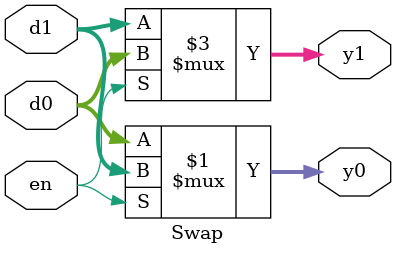
<source format=sv>
module Swap
    #(parameter N = 32)
    (
    input logic [N - 1:0] d0, d1,
    input logic en,
    output logic [N - 1:0] y0, y1
    );

    assign y0 = en ? d1 : d0;
    assign y1 = ~en ? d1 : d0;
endmodule

</source>
